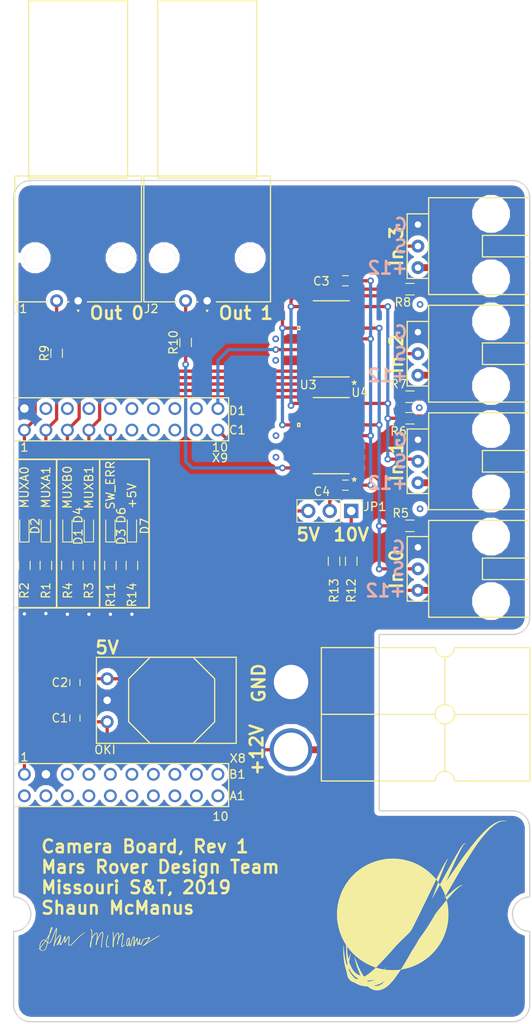
<source format=kicad_pcb>
(kicad_pcb (version 20171130) (host pcbnew "(5.0.0)")
  (layers (0 F.Cu signal) (31 B.Cu signal) (34 B.Paste user) (35 F.Paste user) (36 B.SilkS user) (37 F.SilkS user) (38 B.Mask user) (39 F.Mask user) (44 Edge.Cuts user))
  (net 0 "")
  (net 1 +12V)
  (net 2 GND)
  (net 3 CAM_IN0)
  (net 4 CAM_IN1)
  (net 5 CAM_IN2)
  (net 6 CAM_IN3)
  (net 7 "Net-(D1-Pad1)")
  (net 8 MUXA1)
  (net 9 MUXA0)
  (net 10 "Net-(D2-Pad1)")
  (net 11 "Net-(D3-Pad1)")
  (net 12 MUXB1)
  (net 13 MUXB0)
  (net 14 "Net-(D4-Pad1)")
  (net 15 "Net-(J1-Pad2)")
  (net 16 "Net-(J2-Pad2)")
  (net 17 CAM_OUT0)
  (net 18 CAM_OUT1)
  (net 19 MUXB_SHDN)
  (net 20 MUXA_SHDN)
  (net 21 +5V)
  (net 22 SW_ERR)
  (net 23 "Net-(D6-Pad1)")
  (net 24 +10V)
  (net 25 "Net-(D7-Pad1)")
  (net 26 /MUX_PWR)
  (module Resistors_SMD:R_0603_HandSoldering (layer F.Cu) (at 133.18 81.7626 180)
    (fp_text reference R7 (at 1.354 1.4986 180) (layer F.SilkS))
    (fp_text value 75)
    (pad 1 smd rect (at -1.1 0 180) (size 1.2 0.9) (layers F.Cu F.Paste F.Mask) (net 2 GND))
    (pad 2 smd rect (at 1.1 0 180) (size 1.2 0.9) (layers F.Cu F.Paste F.Mask) (net 5 CAM_IN2))
  )
  (module MAX4314:MAX4314ESD&plus_ (layer F.Cu) (at 123.8758 86.36 180)
    (fp_text reference U4 (at -3.3782 5.08 180) (layer F.SilkS))
    (fp_text value MAX4314ESD+ hide)
    (fp_text user * (at -2.7178 -5.4864 180) (layer F.SilkS))
    (pad 14 smd rect (at 2.4638 -3.81 180) (size 1.9812 0.5334) (layers F.Cu F.Paste F.Mask) (net 18 CAM_OUT1))
    (pad 13 smd rect (at 2.4638 -2.54 180) (size 1.9812 0.5334) (layers F.Cu F.Paste F.Mask) (net 2 GND))
    (pad 12 smd rect (at 2.4638 -1.27 180) (size 1.9812 0.5334) (layers F.Cu F.Paste F.Mask) (net 19 MUXB_SHDN))
    (pad 11 smd rect (at 2.4638 0 180) (size 1.9812 0.5334) (layers F.Cu F.Paste F.Mask) (net 2 GND))
    (pad 10 smd rect (at 2.4638 1.27 180) (size 1.9812 0.5334) (layers F.Cu F.Paste F.Mask) (net 6 CAM_IN3))
    (pad 9 smd rect (at 2.4638 2.54 180) (size 1.9812 0.5334) (layers F.Cu F.Paste F.Mask))
    (pad 8 smd rect (at 2.4638 3.81 180) (size 1.9812 0.5334) (layers F.Cu F.Paste F.Mask) (net 5 CAM_IN2))
    (pad 7 smd rect (at -2.4638 3.81 180) (size 1.9812 0.5334) (layers F.Cu F.Paste F.Mask) (net 4 CAM_IN1))
    (pad 6 smd rect (at -2.4638 2.54 180) (size 1.9812 0.5334) (layers F.Cu F.Paste F.Mask))
    (pad 5 smd rect (at -2.4638 1.27 180) (size 1.9812 0.5334) (layers F.Cu F.Paste F.Mask) (net 3 CAM_IN0))
    (pad 4 smd rect (at -2.4638 0 180) (size 1.9812 0.5334) (layers F.Cu F.Paste F.Mask) (net 26 /MUX_PWR))
    (pad 3 smd rect (at -2.4638 -1.27 180) (size 1.9812 0.5334) (layers F.Cu F.Paste F.Mask))
    (pad 2 smd rect (at -2.4638 -2.54 180) (size 1.9812 0.5334) (layers F.Cu F.Paste F.Mask) (net 13 MUXB0))
    (pad 1 smd rect (at -2.4638 -3.81 180) (size 1.9812 0.5334) (layers F.Cu F.Paste F.Mask) (net 12 MUXB1))
  )
  (module Capacitors_SMD:C_0603_HandSoldering (layer F.Cu) (at 125.542 68.072 180)
    (fp_text reference C3 (at 2.8346 -0.0508 180) (layer F.SilkS))
    (fp_text value 10u)
    (pad 2 smd rect (at 0.95 0 180) (size 1.2 0.75) (layers F.Cu F.Paste F.Mask) (net 2 GND))
    (pad 1 smd rect (at -0.95 0 180) (size 1.2 0.75) (layers F.Cu F.Paste F.Mask) (net 26 /MUX_PWR))
  )
  (module Capacitors_SMD:C_0603_HandSoldering (layer F.Cu) (at 125.542 92.202 180)
    (fp_text reference C4 (at 2.7686 -0.762 180) (layer F.SilkS))
    (fp_text value 10u)
    (pad 2 smd rect (at 0.95 0 180) (size 1.2 0.75) (layers F.Cu F.Paste F.Mask) (net 2 GND))
    (pad 1 smd rect (at -0.95 0 180) (size 1.2 0.75) (layers F.Cu F.Paste F.Mask) (net 26 /MUX_PWR))
  )
  (module LEDs:LED_0603_HandSoldering (layer F.Cu) (at 90.168106 97.112 90)
    (fp_text reference D1 (at -1.186 3.811894 90) (layer F.SilkS))
    (fp_text value LED)
    (pad 1 smd rect (at -1.1 0 90) (size 1.2 0.9) (layers F.Cu F.Paste F.Mask) (net 7 "Net-(D1-Pad1)"))
    (pad 2 smd rect (at 1.1 0 90) (size 1.2 0.9) (layers F.Cu F.Paste F.Mask) (net 8 MUXA1))
  )
  (module LEDs:LED_0603_HandSoldering (layer F.Cu) (at 87.63 97.112 90)
    (fp_text reference D2 (at 0.084 1.27 90) (layer F.SilkS))
    (fp_text value LED)
    (pad 2 smd rect (at 1.1 0 90) (size 1.2 0.9) (layers F.Cu F.Paste F.Mask) (net 9 MUXA0))
    (pad 1 smd rect (at -1.1 0 90) (size 1.2 0.9) (layers F.Cu F.Paste F.Mask) (net 10 "Net-(D2-Pad1)"))
  )
  (module LEDs:LED_0603_HandSoldering (layer F.Cu) (at 95.25 97.112 90)
    (fp_text reference D3 (at -1.186 3.81 90) (layer F.SilkS))
    (fp_text value LED)
    (pad 1 smd rect (at -1.1 0 90) (size 1.2 0.9) (layers F.Cu F.Paste F.Mask) (net 11 "Net-(D3-Pad1)"))
    (pad 2 smd rect (at 1.1 0 90) (size 1.2 0.9) (layers F.Cu F.Paste F.Mask) (net 12 MUXB1))
  )
  (module LEDs:LED_0603_HandSoldering (layer F.Cu) (at 92.71 97.112 90)
    (fp_text reference D4 (at 1.354 1.27 90) (layer F.SilkS))
    (fp_text value LED)
    (pad 2 smd rect (at 1.1 0 90) (size 1.2 0.9) (layers F.Cu F.Paste F.Mask) (net 13 MUXB0))
    (pad 1 smd rect (at -1.1 0 90) (size 1.2 0.9) (layers F.Cu F.Paste F.Mask) (net 14 "Net-(D4-Pad1)"))
  )
  (module Resistors_SMD:R_0603_HandSoldering (layer F.Cu) (at 90.168106 101.684 270)
    (fp_text reference R1 (at 2.964 -0.001894 270) (layer F.SilkS))
    (fp_text value 500)
    (pad 1 smd rect (at -1.1 0 270) (size 1.2 0.9) (layers F.Cu F.Paste F.Mask) (net 7 "Net-(D1-Pad1)"))
    (pad 2 smd rect (at 1.1 0 270) (size 1.2 0.9) (layers F.Cu F.Paste F.Mask) (net 2 GND))
  )
  (module Resistors_SMD:R_0603_HandSoldering (layer F.Cu) (at 87.63 101.684 270)
    (fp_text reference R2 (at 2.964 0 270) (layer F.SilkS))
    (fp_text value 500)
    (pad 2 smd rect (at 1.1 0 270) (size 1.2 0.9) (layers F.Cu F.Paste F.Mask) (net 2 GND))
    (pad 1 smd rect (at -1.1 0 270) (size 1.2 0.9) (layers F.Cu F.Paste F.Mask) (net 10 "Net-(D2-Pad1)"))
  )
  (module Resistors_SMD:R_0603_HandSoldering (layer F.Cu) (at 95.25 101.684 270)
    (fp_text reference R3 (at 2.964 0 270) (layer F.SilkS))
    (fp_text value 500)
    (pad 2 smd rect (at 1.1 0 270) (size 1.2 0.9) (layers F.Cu F.Paste F.Mask) (net 2 GND))
    (pad 1 smd rect (at -1.1 0 270) (size 1.2 0.9) (layers F.Cu F.Paste F.Mask) (net 11 "Net-(D3-Pad1)"))
  )
  (module Resistors_SMD:R_0603_HandSoldering (layer F.Cu) (at 92.71 101.684 270)
    (fp_text reference R4 (at 2.964 -0.052694 270) (layer F.SilkS))
    (fp_text value 500)
    (pad 1 smd rect (at -1.1 0 270) (size 1.2 0.9) (layers F.Cu F.Paste F.Mask) (net 14 "Net-(D4-Pad1)"))
    (pad 2 smd rect (at 1.1 0 270) (size 1.2 0.9) (layers F.Cu F.Paste F.Mask) (net 2 GND))
  )
  (module Resistors_SMD:R_0603_HandSoldering (layer F.Cu) (at 133.18 97.0026 180)
    (fp_text reference R5 (at 1.1 1.4986 180) (layer F.SilkS))
    (fp_text value 75)
    (pad 1 smd rect (at -1.1 0 180) (size 1.2 0.9) (layers F.Cu F.Paste F.Mask) (net 2 GND))
    (pad 2 smd rect (at 1.1 0 180) (size 1.2 0.9) (layers F.Cu F.Paste F.Mask) (net 3 CAM_IN0))
  )
  (module Resistors_SMD:R_0603_HandSoldering (layer F.Cu) (at 133.18 84.3026 180)
    (fp_text reference R6 (at 1.354 -1.5494 180) (layer F.SilkS))
    (fp_text value 75)
    (pad 1 smd rect (at -1.1 0 180) (size 1.2 0.9) (layers F.Cu F.Paste F.Mask) (net 2 GND))
    (pad 2 smd rect (at 1.1 0 180) (size 1.2 0.9) (layers F.Cu F.Paste F.Mask) (net 4 CAM_IN1))
  )
  (module Resistors_SMD:R_0603_HandSoldering (layer F.Cu) (at 133.18 69.0626 180)
    (fp_text reference R8 (at 0.846 -1.5494 180) (layer F.SilkS))
    (fp_text value 75)
    (pad 1 smd rect (at -1.1 0 180) (size 1.2 0.9) (layers F.Cu F.Paste F.Mask) (net 2 GND))
    (pad 2 smd rect (at 1.1 0 180) (size 1.2 0.9) (layers F.Cu F.Paste F.Mask) (net 6 CAM_IN3))
  )
  (module Resistors_SMD:R_0603_HandSoldering (layer F.Cu) (at 91.44 76.624 90)
    (fp_text reference R9 (at 0 -1.45 90) (layer F.SilkS))
    (fp_text value 75)
    (pad 1 smd rect (at -1.1 0 90) (size 1.2 0.9) (layers F.Cu F.Paste F.Mask) (net 17 CAM_OUT0))
    (pad 2 smd rect (at 1.1 0 90) (size 1.2 0.9) (layers F.Cu F.Paste F.Mask) (net 15 "Net-(J1-Pad2)"))
  )
  (module Resistors_SMD:R_0603_HandSoldering (layer F.Cu) (at 106.68 75.354 90)
    (fp_text reference R10 (at 0 -1.45 90) (layer F.SilkS))
    (fp_text value 75)
    (pad 2 smd rect (at 1.1 0 90) (size 1.2 0.9) (layers F.Cu F.Paste F.Mask) (net 16 "Net-(J2-Pad2)"))
    (pad 1 smd rect (at -1.1 0 90) (size 1.2 0.9) (layers F.Cu F.Paste F.Mask) (net 18 CAM_OUT1))
  )
  (module MAX4314:MAX4314ESD&plus_ (layer F.Cu) (at 123.8758 74.93 180)
    (fp_text reference U3 (at 2.7178 -5.4356 180) (layer F.SilkS))
    (fp_text value MAX4314ESD+ hide)
    (fp_text user * (at -2.7178 -5.4864 180) (layer F.SilkS))
    (pad 1 smd rect (at -2.4638 -3.81 180) (size 1.9812 0.5334) (layers F.Cu F.Paste F.Mask) (net 8 MUXA1))
    (pad 2 smd rect (at -2.4638 -2.54 180) (size 1.9812 0.5334) (layers F.Cu F.Paste F.Mask) (net 9 MUXA0))
    (pad 3 smd rect (at -2.4638 -1.27 180) (size 1.9812 0.5334) (layers F.Cu F.Paste F.Mask))
    (pad 4 smd rect (at -2.4638 0 180) (size 1.9812 0.5334) (layers F.Cu F.Paste F.Mask) (net 26 /MUX_PWR))
    (pad 5 smd rect (at -2.4638 1.27 180) (size 1.9812 0.5334) (layers F.Cu F.Paste F.Mask) (net 3 CAM_IN0))
    (pad 6 smd rect (at -2.4638 2.54 180) (size 1.9812 0.5334) (layers F.Cu F.Paste F.Mask))
    (pad 7 smd rect (at -2.4638 3.81 180) (size 1.9812 0.5334) (layers F.Cu F.Paste F.Mask) (net 4 CAM_IN1))
    (pad 8 smd rect (at 2.4638 3.81 180) (size 1.9812 0.5334) (layers F.Cu F.Paste F.Mask) (net 5 CAM_IN2))
    (pad 9 smd rect (at 2.4638 2.54 180) (size 1.9812 0.5334) (layers F.Cu F.Paste F.Mask))
    (pad 10 smd rect (at 2.4638 1.27 180) (size 1.9812 0.5334) (layers F.Cu F.Paste F.Mask) (net 6 CAM_IN3))
    (pad 11 smd rect (at 2.4638 0 180) (size 1.9812 0.5334) (layers F.Cu F.Paste F.Mask) (net 2 GND))
    (pad 12 smd rect (at 2.4638 -1.27 180) (size 1.9812 0.5334) (layers F.Cu F.Paste F.Mask) (net 20 MUXA_SHDN))
    (pad 13 smd rect (at 2.4638 -2.54 180) (size 1.9812 0.5334) (layers F.Cu F.Paste F.Mask) (net 2 GND))
    (pad 14 smd rect (at 2.4638 -3.81 180) (size 1.9812 0.5334) (layers F.Cu F.Paste F.Mask) (net 17 CAM_OUT0))
  )
  (module BNC-75-Ohm-HORIZONTAL:BNC-75-Ohm-HORIZONTAL-1-1478032-0 (layer F.Cu) (at 93.98 70.4342)
    (fp_text reference J1 (at -6.858 0.9398) (layer F.SilkS))
    (fp_text value BNC_75_OHM_HORIZ hide)
    (pad 4 thru_hole circle (at 5.08 -5.08) (size 2.6416 2.6416) (drill 2.6416) (layers *.Cu *.Mask))
    (pad 3 thru_hole circle (at -5.08 -5.08) (size 2.6416 2.6416) (drill 2.6416) (layers *.Cu *.Mask))
    (pad 2 thru_hole circle (at -2.54 0) (size 1.524 1.524) (drill 0.889) (layers *.Cu *.Mask) (net 15 "Net-(J1-Pad2)"))
    (pad 1 thru_hole circle (at 0 0) (size 1.524 1.524) (drill 0.889) (layers *.Cu *.Mask) (net 2 GND))
  )
  (module BNC-75-Ohm-HORIZONTAL:BNC-75-Ohm-HORIZONTAL-1-1478032-0 (layer F.Cu) (at 109.22 70.4342)
    (fp_text reference J2 (at -6.604 0.9398) (layer F.SilkS))
    (fp_text value BNC_75_OHM_HORIZ hide)
    (pad 1 thru_hole circle (at 0 0) (size 1.524 1.524) (drill 0.889) (layers *.Cu *.Mask) (net 2 GND))
    (pad 2 thru_hole circle (at -2.54 0) (size 1.524 1.524) (drill 0.889) (layers *.Cu *.Mask) (net 16 "Net-(J2-Pad2)"))
    (pad 3 thru_hole circle (at -5.08 -5.08) (size 2.6416 2.6416) (drill 2.6416) (layers *.Cu *.Mask))
    (pad 4 thru_hole circle (at 5.08 -5.08) (size 2.6416 2.6416) (drill 2.6416) (layers *.Cu *.Mask))
  )
  (module MRDT_Connectors:Anderson_2_Horisontal_Side_by_Side (layer F.Cu) (at 122.7074 111.38 180)
    (fp_text reference Conn1 hide)
    (fp_text value AndersonPP)
    (pad 1 thru_hole circle (at 3.5814 -4.063 180) (size 5.08 5.08) (drill 4.06) (layers *.Cu *.Mask F.Paste) (net 2 GND))
    (pad 2 thru_hole circle (at 3.5814 -12.064 180) (size 5.08 5.08) (drill 4.06) (layers *.Cu *.Mask F.Paste) (net 1 +12V))
  )
  (module LEDs:LED_0603_HandSoldering (layer F.Cu) (at 97.79 97.112 90)
    (fp_text reference D6 (at 1.354 1.27 90) (layer F.SilkS))
    (fp_text value LED)
    (pad 2 smd rect (at 1.1 0 90) (size 1.2 0.9) (layers F.Cu F.Paste F.Mask) (net 22 SW_ERR))
    (pad 1 smd rect (at -1.1 0 90) (size 1.2 0.9) (layers F.Cu F.Paste F.Mask) (net 23 "Net-(D6-Pad1)"))
  )
  (module Resistors_SMD:R_0603_HandSoldering (layer F.Cu) (at 97.79 101.684 270)
    (fp_text reference R11 (at 3.472 -0.0254 270) (layer F.SilkS))
    (fp_text value 500)
    (pad 2 smd rect (at 1.1 0 270) (size 1.2 0.9) (layers F.Cu F.Paste F.Mask) (net 2 GND))
    (pad 1 smd rect (at -1.1 0 270) (size 1.2 0.9) (layers F.Cu F.Paste F.Mask) (net 23 "Net-(D6-Pad1)"))
  )
  (module Resistors_SMD:R_0603_HandSoldering (layer F.Cu) (at 126.238 101.176 90)
    (fp_text reference R12 (at -3.472 0 90) (layer F.SilkS))
    (fp_text value 100)
    (pad 2 smd rect (at 1.1 0 90) (size 1.2 0.9) (layers F.Cu F.Paste F.Mask) (net 24 +10V))
    (pad 1 smd rect (at -1.1 0 90) (size 1.2 0.9) (layers F.Cu F.Paste F.Mask) (net 1 +12V))
  )
  (module Resistors_SMD:R_0603_HandSoldering (layer F.Cu) (at 124.206 101.176 270)
    (fp_text reference R13 (at 3.472 0 270) (layer F.SilkS))
    (fp_text value 500)
    (pad 1 smd rect (at -1.1 0 270) (size 1.2 0.9) (layers F.Cu F.Paste F.Mask) (net 24 +10V))
    (pad 2 smd rect (at 1.1 0 270) (size 1.2 0.9) (layers F.Cu F.Paste F.Mask) (net 2 GND))
  )
  (module MRDT_Shields:TM4C129E_Launchpad_X9_THT (layer F.Cu) (at 86.36 130.148601)
    (fp_text reference U1 hide)
    (fp_text value TM4C129E_Launchpad hide)
    (fp_text user 1 (at 1.27 -42.418 180) (layer F.SilkS))
    (fp_text user 10 (at 24.384 -42.418 180) (layer F.SilkS))
    (fp_text user 1 (at 1.27 -5.842 180) (layer F.SilkS))
    (fp_text user 10 (at 24.435199 1.169399 180) (layer F.SilkS))
    (fp_text user X9 (at 24.384 -41.148 180) (layer F.SilkS))
    (fp_text user X8 (at 26.467199 -5.688601 180) (layer F.SilkS))
    (fp_text user C1 (at 26.416 -44.45 180) (layer F.SilkS))
    (fp_text user D1 (at 26.416 -46.736 180) (layer F.SilkS))
    (fp_text user B1 (at 26.416 -3.81 180) (layer F.SilkS))
    (fp_text user A1 (at 26.416 -1.27 180) (layer F.SilkS))
    (pad +5V thru_hole circle (at 1.27 -3.81 180) (size 1.52 1.52) (drill 1) (layers *.Cu *.Mask F.Paste) (net 21 +5V))
    (pad GND thru_hole circle (at 3.81 -3.81 180) (size 1.52 1.52) (drill 1) (layers *.Cu *.Mask F.Paste) (net 2 GND))
    (pad PE0 thru_hole circle (at 6.35 -3.81 180) (size 1.52 1.52) (drill 1) (layers *.Cu *.Mask F.Paste))
    (pad PE1 thru_hole circle (at 8.89 -3.81 180) (size 1.52 1.52) (drill 1) (layers *.Cu *.Mask F.Paste))
    (pad PE2 thru_hole circle (at 11.43 -3.81 180) (size 1.52 1.52) (drill 1) (layers *.Cu *.Mask F.Paste))
    (pad PE3 thru_hole circle (at 13.97 -3.81 180) (size 1.52 1.52) (drill 1) (layers *.Cu *.Mask F.Paste))
    (pad PD7 thru_hole circle (at 16.51 -3.81 180) (size 1.52 1.52) (drill 1) (layers *.Cu *.Mask F.Paste))
    (pad PA6 thru_hole circle (at 19.05 -3.81 180) (size 1.52 1.52) (drill 1) (layers *.Cu *.Mask F.Paste))
    (pad PM4 thru_hole circle (at 21.59 -3.81 180) (size 1.52 1.52) (drill 1) (layers *.Cu *.Mask F.Paste))
    (pad PM5 thru_hole circle (at 24.13 -3.81 180) (size 1.52 1.52) (drill 1) (layers *.Cu *.Mask F.Paste))
    (pad +3V3 thru_hole circle (at 1.27 -1.27 180) (size 1.52 1.52) (drill 1) (layers *.Cu *.Mask F.Paste))
    (pad PE4 thru_hole circle (at 3.81 -1.27 180) (size 1.52 1.52) (drill 1) (layers *.Cu *.Mask F.Paste))
    (pad PC4 thru_hole circle (at 6.35 -1.27 180) (size 1.52 1.52) (drill 1) (layers *.Cu *.Mask F.Paste))
    (pad PC5 thru_hole circle (at 8.89 -1.27 180) (size 1.52 1.52) (drill 1) (layers *.Cu *.Mask F.Paste))
    (pad PC6 thru_hole circle (at 11.43 -1.27 180) (size 1.52 1.52) (drill 1) (layers *.Cu *.Mask F.Paste))
    (pad PE5 thru_hole circle (at 13.97 -1.27 180) (size 1.52 1.52) (drill 1) (layers *.Cu *.Mask F.Paste))
    (pad PD3 thru_hole circle (at 16.51 -1.27 180) (size 1.52 1.52) (drill 1) (layers *.Cu *.Mask F.Paste))
    (pad PC7 thru_hole circle (at 19.05 -1.27 180) (size 1.52 1.52) (drill 1) (layers *.Cu *.Mask F.Paste))
    (pad PB2 thru_hole circle (at 21.59 -1.27 180) (size 1.52 1.52) (drill 1) (layers *.Cu *.Mask F.Paste))
    (pad PB3 thru_hole circle (at 24.13 -1.27 180) (size 1.52 1.52) (drill 1) (layers *.Cu *.Mask F.Paste))
    (pad PF1 thru_hole circle (at 1.27 -44.45 180) (size 1.52 1.52) (drill 1) (layers *.Cu *.Mask F.Paste) (net 9 MUXA0))
    (pad PF2 thru_hole circle (at 3.81 -44.45 180) (size 1.52 1.52) (drill 1) (layers *.Cu *.Mask F.Paste) (net 8 MUXA1))
    (pad PF3 thru_hole circle (at 6.35 -44.45 180) (size 1.52 1.52) (drill 1) (layers *.Cu *.Mask F.Paste) (net 13 MUXB0))
    (pad PG0 thru_hole circle (at 8.89 -44.45 180) (size 1.52 1.52) (drill 1) (layers *.Cu *.Mask F.Paste) (net 12 MUXB1))
    (pad PL4 thru_hole circle (at 11.43 -44.45 180) (size 1.52 1.52) (drill 1) (layers *.Cu *.Mask F.Paste) (net 22 SW_ERR))
    (pad PL5 thru_hole circle (at 13.97 -44.45 180) (size 1.52 1.52) (drill 1) (layers *.Cu *.Mask F.Paste))
    (pad PL0 thru_hole circle (at 16.51 -44.45 180) (size 1.52 1.52) (drill 1) (layers *.Cu *.Mask F.Paste))
    (pad PL1 thru_hole circle (at 19.05 -44.45 180) (size 1.52 1.52) (drill 1) (layers *.Cu *.Mask F.Paste))
    (pad PL2 thru_hole circle (at 21.59 -44.45 180) (size 1.52 1.52) (drill 1) (layers *.Cu *.Mask F.Paste))
    (pad PL3 thru_hole circle (at 24.13 -44.45 180) (size 1.52 1.52) (drill 1) (layers *.Cu *.Mask F.Paste) (net 19 MUXB_SHDN))
    (pad GND thru_hole circle (at 1.27 -46.99 180) (size 1.52 1.52) (drill 1) (layers *.Cu *.Mask F.Paste) (net 2 GND))
    (pad PM3 thru_hole circle (at 3.81 -46.99 180) (size 1.52 1.52) (drill 1) (layers *.Cu *.Mask F.Paste))
    (pad PH2 thru_hole circle (at 6.35 -46.99 180) (size 1.52 1.52) (drill 1) (layers *.Cu *.Mask F.Paste))
    (pad PH3 thru_hole circle (at 8.89 -46.99 180) (size 1.52 1.52) (drill 1) (layers *.Cu *.Mask F.Paste))
    (pad Rese thru_hole circle (at 11.43 -46.99 180) (size 1.52 1.52) (drill 1) (layers *.Cu *.Mask F.Paste))
    (pad PD1 thru_hole circle (at 13.97 -46.99 180) (size 1.52 1.52) (drill 1) (layers *.Cu *.Mask F.Paste))
    (pad PD0 thru_hole circle (at 16.51 -46.99 180) (size 1.52 1.52) (drill 1) (layers *.Cu *.Mask F.Paste))
    (pad PN2 thru_hole circle (at 19.05 -46.99 180) (size 1.52 1.52) (drill 1) (layers *.Cu *.Mask F.Paste))
    (pad PN3 thru_hole circle (at 21.59 -46.99 180) (size 1.52 1.52) (drill 1) (layers *.Cu *.Mask F.Paste))
    (pad PP2 thru_hole circle (at 24.13 -46.99 180) (size 1.52 1.52) (drill 1) (layers *.Cu *.Mask F.Paste) (net 20 MUXA_SHDN))
  )
  (module MRDT_Silkscreens:Shaun_McManus_Sig_15mm (layer F.Cu) (at 96.4946 145.6182)
    (fp_text reference G*** hide)
    (fp_text value LOGO hide)
  )
  (module MRDT_Silkscreens:MRDT_Logo_20mm (layer F.Cu) (at 134.5692 141.8336)
    (fp_text reference G*** hide)
    (fp_text value LOGO hide)
  )
  (module LEDs:LED_0603_HandSoldering (layer F.Cu) (at 100.33 97.112 90)
    (fp_text reference D7 (at 0.084 1.524 90) (layer F.SilkS))
    (fp_text value LED)
    (pad 2 smd rect (at 1.1 0 90) (size 1.2 0.9) (layers F.Cu F.Paste F.Mask) (net 21 +5V))
    (pad 1 smd rect (at -1.1 0 90) (size 1.2 0.9) (layers F.Cu F.Paste F.Mask) (net 25 "Net-(D7-Pad1)"))
  )
  (module Resistors_SMD:R_0603_HandSoldering (layer F.Cu) (at 100.33 101.684 270)
    (fp_text reference R14 (at 3.472 0 270) (layer F.SilkS))
    (fp_text value 500)
    (pad 2 smd rect (at 1.1 0 270) (size 1.2 0.9) (layers F.Cu F.Paste F.Mask) (net 2 GND))
    (pad 1 smd rect (at -1.1 0 270) (size 1.2 0.9) (layers F.Cu F.Paste F.Mask) (net 25 "Net-(D7-Pad1)"))
  )
  (module MRDT_Connectors:MOLEX_SL_03_Horizontal (layer F.Cu) (at 134.112 102.0826 270)
    (fp_text reference Conn3 hide)
    (fp_text value CAM_0)
    (pad 1 thru_hole circle (at -2.54 0 270) (size 1.524 1.524) (drill 0.762) (layers *.Cu *.Mask) (net 2 GND))
    (pad 2 thru_hole circle (at 0 0 270) (size 1.524 1.524) (drill 0.762) (layers *.Cu *.Mask) (net 3 CAM_IN0))
    (pad 3 thru_hole circle (at 2.54 0 270) (size 1.524 1.524) (drill 0.762) (layers *.Cu *.Mask) (net 1 +12V))
    (pad "" np_thru_hole circle (at -3.81 -8.636 270) (size 3.45 3.45) (drill 3.45) (layers *.Cu *.Mask))
    (pad "" np_thru_hole circle (at 3.81 -8.636 270) (size 3.45 3.45) (drill 3.45) (layers *.Cu *.Mask))
  )
  (module MRDT_Connectors:MOLEX_SL_03_Horizontal (layer F.Cu) (at 134.112 89.3826 270)
    (fp_text reference Conn4 hide)
    (fp_text value CAM_1)
    (pad 1 thru_hole circle (at -2.54 0 270) (size 1.524 1.524) (drill 0.762) (layers *.Cu *.Mask) (net 2 GND))
    (pad 2 thru_hole circle (at 0 0 270) (size 1.524 1.524) (drill 0.762) (layers *.Cu *.Mask) (net 4 CAM_IN1))
    (pad 3 thru_hole circle (at 2.54 0 270) (size 1.524 1.524) (drill 0.762) (layers *.Cu *.Mask) (net 1 +12V))
    (pad "" np_thru_hole circle (at -3.81 -8.636 270) (size 3.45 3.45) (drill 3.45) (layers *.Cu *.Mask))
    (pad "" np_thru_hole circle (at 3.81 -8.636 270) (size 3.45 3.45) (drill 3.45) (layers *.Cu *.Mask))
  )
  (module MRDT_Connectors:MOLEX_SL_03_Horizontal (layer F.Cu) (at 134.112 76.6826 270)
    (fp_text reference Conn5 hide)
    (fp_text value CAM_2)
    (pad "" np_thru_hole circle (at 3.81 -8.636 270) (size 3.45 3.45) (drill 3.45) (layers *.Cu *.Mask))
    (pad "" np_thru_hole circle (at -3.81 -8.636 270) (size 3.45 3.45) (drill 3.45) (layers *.Cu *.Mask))
    (pad 3 thru_hole circle (at 2.54 0 270) (size 1.524 1.524) (drill 0.762) (layers *.Cu *.Mask) (net 1 +12V))
    (pad 2 thru_hole circle (at 0 0 270) (size 1.524 1.524) (drill 0.762) (layers *.Cu *.Mask) (net 5 CAM_IN2))
    (pad 1 thru_hole circle (at -2.54 0 270) (size 1.524 1.524) (drill 0.762) (layers *.Cu *.Mask) (net 2 GND))
  )
  (module MRDT_Connectors:MOLEX_SL_03_Horizontal (layer F.Cu) (at 134.112 63.9826 270)
    (fp_text reference Conn6 hide)
    (fp_text value CAM_3)
    (pad "" np_thru_hole circle (at 3.81 -8.636 270) (size 3.45 3.45) (drill 3.45) (layers *.Cu *.Mask))
    (pad "" np_thru_hole circle (at -3.81 -8.636 270) (size 3.45 3.45) (drill 3.45) (layers *.Cu *.Mask))
    (pad 3 thru_hole circle (at 2.54 0 270) (size 1.524 1.524) (drill 0.762) (layers *.Cu *.Mask) (net 1 +12V))
    (pad 2 thru_hole circle (at 0 0 270) (size 1.524 1.524) (drill 0.762) (layers *.Cu *.Mask) (net 6 CAM_IN3))
    (pad 1 thru_hole circle (at -2.54 0 270) (size 1.524 1.524) (drill 0.762) (layers *.Cu *.Mask) (net 2 GND))
  )
  (module Pin_Headers:Pin_Header_Straight_1x03_Pitch2.54mm (layer F.Cu) (at 126.238 95.25 270)
    (fp_text reference JP1 (at -0.508 -2.794) (layer F.SilkS))
    (fp_text value Jumper_NC_Dual)
    (pad 1 thru_hole rect (at 0 0 270) (size 1.7 1.7) (drill 1) (layers *.Cu *.Mask) (net 24 +10V))
    (pad 2 thru_hole oval (at 0 2.54 270) (size 1.7 1.7) (drill 1) (layers *.Cu *.Mask) (net 26 /MUX_PWR))
    (pad 3 thru_hole oval (at 0 5.08 270) (size 1.7 1.7) (drill 1) (layers *.Cu *.Mask) (net 21 +5V))
  )
  (module Capacitors_SMD:C_0603_HandSoldering (layer F.Cu) (at 93.599 119.7 90)
    (fp_text reference C1 (at 0 -1.778 180) (layer F.SilkS))
    (fp_text value 10uF)
    (pad 1 smd rect (at -0.95 0 90) (size 1.2 0.75) (layers F.Cu F.Paste F.Mask) (net 1 +12V))
    (pad 2 smd rect (at 0.95 0 90) (size 1.2 0.75) (layers F.Cu F.Paste F.Mask) (net 2 GND))
  )
  (module Capacitors_SMD:C_0603_HandSoldering (layer F.Cu) (at 93.599 115.509 270)
    (fp_text reference C2 (at 0 1.778) (layer F.SilkS))
    (fp_text value 10uF)
    (pad 2 smd rect (at 0.95 0 270) (size 1.2 0.75) (layers F.Cu F.Paste F.Mask) (net 2 GND))
    (pad 1 smd rect (at -0.95 0 270) (size 1.2 0.75) (layers F.Cu F.Paste F.Mask) (net 21 +5V))
  )
  (module MRDT_Devices:OKI_Horizontal (layer F.Cu) (at 96.139 122.682 90)
    (fp_text reference U2 hide)
    (fp_text value OKI (at -0.762 1.016 180) (layer F.SilkS))
    (pad 1 thru_hole circle (at 2.54 1.27 90) (size 1.524 1.524) (drill 0.889) (layers *.Cu *.Mask) (net 1 +12V))
    (pad 2 thru_hole circle (at 5.08 1.27 90) (size 1.524 1.524) (drill 0.889) (layers *.Cu *.Mask) (net 2 GND))
    (pad 3 thru_hole circle (at 7.62 1.27 90) (size 1.524 1.524) (drill 0.889) (layers *.Cu *.Mask) (net 21 +5V))
  )
  (gr_text 5V (at 97.409 111.379) (layer F.SilkS) (effects (font (size 1.5 1.5) (thickness 0.3))))
  (gr_text G (at 131.826 99.568) (layer B.SilkS) (effects (font (size 1.5 1.5) (thickness 0.3)) (justify mirror)))
  (gr_text +12 (at 130.302 104.648) (layer B.SilkS) (effects (font (size 1.5 1.5) (thickness 0.3)) (justify mirror)))
  (gr_text S (at 131.826 102.108) (layer B.SilkS) (effects (font (size 1.5 1.5) (thickness 0.3)) (justify mirror)))
  (gr_text S (at 132.08 89.408) (layer B.SilkS) (effects (font (size 1.5 1.5) (thickness 0.3)) (justify mirror)))
  (gr_text G (at 132.08 86.868) (layer B.SilkS) (effects (font (size 1.5 1.5) (thickness 0.3)) (justify mirror)))
  (gr_text +12 (at 130.556 91.948) (layer B.SilkS) (effects (font (size 1.5 1.5) (thickness 0.3)) (justify mirror)))
  (gr_text +12 (at 130.556 79.248) (layer B.SilkS) (effects (font (size 1.5 1.5) (thickness 0.3)) (justify mirror)))
  (gr_text S (at 132.08 76.708) (layer B.SilkS) (effects (font (size 1.5 1.5) (thickness 0.3)) (justify mirror)))
  (gr_text G (at 132.08 74.168) (layer B.SilkS) (effects (font (size 1.5 1.5) (thickness 0.3)) (justify mirror)))
  (gr_text +12 (at 130.556 66.548) (layer B.SilkS) (effects (font (size 1.5 1.5) (thickness 0.3)) (justify mirror)))
  (gr_text S (at 132.08 64.008) (layer B.SilkS) (effects (font (size 1.5 1.5) (thickness 0.3)) (justify mirror)))
  (gr_text G (at 132.08 61.468) (layer B.SilkS) (effects (font (size 1.5 1.5) (thickness 0.3)) (justify mirror)))
  (gr_line (start 96.52 89.154) (end 96.52 106.68) (layer F.SilkS) (width 0.2))
  (gr_line (start 91.44 89.154) (end 91.44 106.68) (layer F.SilkS) (width 0.2))
  (gr_line (start 102.362 89.154) (end 86.36 89.154) (layer F.SilkS) (width 0.2))
  (gr_line (start 102.362 95.758) (end 102.362 89.154) (layer F.SilkS) (width 0.2))
  (gr_line (start 102.362 106.68) (end 102.362 95.758) (layer F.SilkS) (width 0.2))
  (gr_line (start 86.36 106.68) (end 102.362 106.68) (layer F.SilkS) (width 0.2))
  (gr_text 5V (at 121.158 98.044) (layer F.SilkS) (effects (font (size 1.5 1.5) (thickness 0.3))))
  (gr_text 10V (at 126.238 98.044) (layer F.SilkS) (effects (font (size 1.5 1.5) (thickness 0.3))))
  (gr_text "In 0" (at 131.572 102.108 90) (layer F.SilkS) (effects (font (size 1.5 1.5) (thickness 0.3))))
  (gr_text "In 1" (at 131.572 89.408 90) (layer F.SilkS) (effects (font (size 1.5 1.5) (thickness 0.3))))
  (gr_text "In 3" (at 131.572 64.008 90) (layer F.SilkS) (effects (font (size 1.5 1.5) (thickness 0.3))))
  (gr_text "In 2" (at 131.572 76.708 90) (layer F.SilkS) (effects (font (size 1.5 1.5) (thickness 0.3))))
  (gr_arc (start 88.392 58.2676) (end 88.392 56.2356) (angle -90) (layer Edge.Cuts) (width 0.15))
  (gr_line (start 88.392 56.2356) (end 145.288 56.2356) (layer Edge.Cuts) (width 0.15))
  (gr_line (start 86.36 140.8176) (end 86.36 58.2676) (layer Edge.Cuts) (width 0.15))
  (gr_line (start 145.288 155.5496) (end 88.392 155.5496) (layer Edge.Cuts) (width 0.15))
  (gr_line (start 147.32 144.8816) (end 147.32 153.5176) (layer Edge.Cuts) (width 0.15))
  (gr_line (start 147.32 140.8176) (end 147.32 132.6896) (layer Edge.Cuts) (width 0.15))
  (gr_line (start 129.54 130.6576) (end 145.288 130.6576) (layer Edge.Cuts) (width 0.15))
  (gr_line (start 129.54 109.8296) (end 129.54 130.6576) (layer Edge.Cuts) (width 0.15))
  (gr_line (start 145.288 109.8296) (end 129.54 109.8296) (layer Edge.Cuts) (width 0.15))
  (gr_line (start 147.32 58.2676) (end 147.32 107.7976) (layer Edge.Cuts) (width 0.15))
  (gr_arc (start 145.288 58.2676) (end 147.32 58.2676) (angle -90) (layer Edge.Cuts) (width 0.15))
  (gr_arc (start 145.288 107.7976) (end 145.288 109.8296) (angle -90) (layer Edge.Cuts) (width 0.15))
  (gr_arc (start 145.288 132.6896) (end 147.32 132.6896) (angle -90) (layer Edge.Cuts) (width 0.15))
  (gr_arc (start 86.36 142.8496) (end 88.392 142.8496) (angle -90) (layer Edge.Cuts) (width 0.15))
  (gr_arc (start 86.36 142.8496) (end 86.36 144.8816) (angle -90) (layer Edge.Cuts) (width 0.15))
  (gr_arc (start 147.32 142.8496) (end 147.32 140.8176) (angle -90) (layer Edge.Cuts) (width 0.15))
  (gr_arc (start 147.32 142.8496) (end 145.288 142.8496) (angle -90) (layer Edge.Cuts) (width 0.15))
  (gr_arc (start 145.288 153.5176) (end 145.288 155.5496) (angle -90) (layer Edge.Cuts) (width 0.15))
  (gr_arc (start 88.392 153.5176) (end 86.36 153.5176) (angle -90) (layer Edge.Cuts) (width 0.15))
  (gr_line (start 86.36 144.8816) (end 86.36 153.5176) (layer Edge.Cuts) (width 0.15))
  (gr_text "Out 0" (at 98.552 71.882) (layer F.SilkS) (effects (font (size 1.5 1.5) (thickness 0.3))))
  (gr_text "Out 1" (at 113.792 71.882) (layer F.SilkS) (effects (font (size 1.5 1.5) (thickness 0.3))))
  (gr_text +5V (at 100.33 93.472 90) (layer F.SilkS) (effects (font (size 1 1))))
  (gr_text SW_ERR (at 97.79 92.202 90) (layer F.SilkS) (effects (font (size 1 1))))
  (gr_text MUXB0 (at 92.71 92.456 90) (layer F.SilkS) (effects (font (size 1 1))))
  (gr_text MUXB1 (at 95.25 92.456 90) (layer F.SilkS) (effects (font (size 1 1))))
  (gr_text MUXA0 (at 87.63 92.456 90) (layer F.SilkS) (effects (font (size 1 1))))
  (gr_text MUXA1 (at 90.17 92.456 90) (layer F.SilkS) (effects (font (size 1 1))))
  (gr_text GND (at 115.316 115.57 90) (layer F.SilkS) (effects (font (size 1.5 1.5) (thickness 0.3))))
  (gr_text +12V (at 115.062 123.444 90) (layer F.SilkS) (effects (font (size 1.5 1.5) (thickness 0.3))))
  (gr_text "Camera Board, Rev 1\nMars Rover Design Team\nMissouri S&T, 2019\nShaun McManus" (at 89.4588 138.4808) (layer F.SilkS) (effects (font (size 1.5 1.5) (thickness 0.3)) (justify left)))
  (segment (start 134.112 66.5226) (end 136.398 66.5226) (width 0.8128) (layer F.Cu) (net 1))
  (segment (start 136.398 104.6226) (end 134.112 104.6226) (width 0.8128) (layer F.Cu) (net 1))
  (segment (start 134.112 91.9226) (end 136.398 91.9226) (width 0.8128) (layer F.Cu) (net 1))
  (segment (start 135.18963 79.2226) (end 136.398 79.2226) (width 0.8128) (layer F.Cu) (net 1))
  (segment (start 134.112 79.2226) (end 135.18963 79.2226) (width 0.8128) (layer F.Cu) (net 1))
  (segment (start 136.398 66.5226) (end 136.398 79.2226) (width 0.8128) (layer F.Cu) (net 1))
  (segment (start 136.398 79.2226) (end 136.398 91.9226) (width 0.8128) (layer F.Cu) (net 1))
  (segment (start 136.398 100.8126) (end 136.398 104.6226) (width 0.8128) (layer F.Cu) (net 1))
  (segment (start 136.398 91.9226) (end 136.398 100.8126) (width 0.8128) (layer F.Cu) (net 1))
  (segment (start 134.112 104.6226) (end 126.7206 104.6226) (width 0.381) (layer F.Cu) (net 1))
  (segment (start 126.238 104.14) (end 126.238 102.276) (width 0.381) (layer F.Cu) (net 1))
  (segment (start 126.7206 104.6226) (end 126.238 104.14) (width 0.381) (layer F.Cu) (net 1))
  (segment (start 136.398 104.14) (end 136.398 98.552) (width 0.8128) (layer F.Cu) (net 1))
  (segment (start 119.126 123.444) (end 123.952 123.444) (width 0.8128) (layer F.Cu) (net 1))
  (segment (start 136.398 105.664) (end 136.398 104.14) (width 0.8128) (layer F.Cu) (net 1))
  (segment (start 124.714 122.682) (end 124.714 107.696) (width 0.8128) (layer F.Cu) (net 1))
  (segment (start 123.952 123.444) (end 124.714 122.682) (width 0.8128) (layer F.Cu) (net 1))
  (segment (start 124.714 107.696) (end 125.984 106.426) (width 0.8128) (layer F.Cu) (net 1))
  (segment (start 125.984 106.426) (end 135.636 106.426) (width 0.8128) (layer F.Cu) (net 1))
  (segment (start 135.636 106.426) (end 136.398 105.664) (width 0.8128) (layer F.Cu) (net 1))
  (segment (start 114.3 123.444) (end 97.917 123.444) (width 0.381) (layer F.Cu) (net 1))
  (segment (start 114.3 123.444) (end 113.284 123.444) (width 0.381) (layer F.Cu) (net 1))
  (segment (start 119.126 123.444) (end 114.3 123.444) (width 0.381) (layer F.Cu) (net 1))
  (segment (start 97.409 122.936) (end 97.409 120.142) (width 0.381) (layer F.Cu) (net 1))
  (segment (start 97.917 123.444) (end 97.409 122.936) (width 0.381) (layer F.Cu) (net 1))
  (segment (start 94.107 120.142) (end 93.599 120.65) (width 0.381) (layer F.Cu) (net 1))
  (segment (start 97.409 120.142) (end 94.107 120.142) (width 0.381) (layer F.Cu) (net 1))
  (via (at 100.33 107.442) (size 0.8) (drill 0.4) (layers F.Cu B.Cu) (net 2))
  (via (at 97.79 107.442) (size 0.8) (drill 0.4) (layers F.Cu B.Cu) (net 2))
  (via (at 95.25 107.442) (size 0.8) (drill 0.4) (layers F.Cu B.Cu) (net 2))
  (via (at 90.168106 107.356) (size 0.8) (drill 0.4) (layers F.Cu B.Cu) (net 2))
  (via (at 87.628106 107.397) (size 0.8) (drill 0.4) (layers F.Cu B.Cu) (net 2))
  (via (at 92.71 107.442) (size 0.8) (drill 0.4) (layers F.Cu B.Cu) (net 2))
  (via (at 117.348 88.9) (size 0.8) (drill 0.4) (layers F.Cu B.Cu) (net 21))
  (via (at 117.3195 77.47) (size 0.8) (drill 0.4) (layers F.Cu B.Cu) (net 21))
  (via (at 117.3195 74.93) (size 0.8) (drill 0.4) (layers F.Cu B.Cu) (net 21))
  (via (at 134.366 70.866) (size 0.8) (drill 0.4) (layers F.Cu B.Cu) (net 21))
  (via (at 134.28 83.058) (size 0.8) (drill 0.4) (layers F.Cu B.Cu) (net 21))
  (via (at 134.366 94.996) (size 0.8) (drill 0.4) (layers F.Cu B.Cu) (net 21))
  (via (at 117.348 86.36) (size 0.8) (drill 0.4) (layers F.Cu B.Cu) (net 21))
  (via (at 129.54 85.09) (size 0.8) (drill 0.4) (layers F.Cu B.Cu) (net 3))
  (segment (start 126.3396 85.09) (end 129.54 85.09) (width 0.381) (layer F.Cu) (net 3))
  (segment (start 129.54 94.234) (end 129.54 94.488) (width 0.381) (layer B.Cu) (net 3))
  (segment (start 129.54 73.66) (end 126.3396 73.66) (width 0.381) (layer F.Cu) (net 3))
  (segment (start 129.547598 93.987598) (end 129.54 93.98) (width 0.381) (layer B.Cu) (net 3))
  (segment (start 129.54 85.598) (end 129.54 93.98) (width 0.381) (layer B.Cu) (net 3))
  (segment (start 129.54 93.98) (end 129.54 94.234) (width 0.381) (layer B.Cu) (net 3))
  (via (at 129.54 73.66) (size 0.8) (drill 0.4) (layers F.Cu B.Cu) (net 3))
  (segment (start 129.54 74.422) (end 129.54 73.66) (width 0.381) (layer B.Cu) (net 3))
  (segment (start 129.54 74.422) (end 129.54 74.168) (width 0.381) (layer B.Cu) (net 3))
  (segment (start 129.54 94.234) (end 129.54 74.422) (width 0.381) (layer B.Cu) (net 3))
  (via (at 129.547598 97.028) (size 0.8) (drill 0.4) (layers F.Cu B.Cu) (net 3))
  (segment (start 129.572998 97.0026) (end 129.547598 97.028) (width 0.381) (layer F.Cu) (net 3))
  (segment (start 132.08 97.0026) (end 129.572998 97.0026) (width 0.381) (layer F.Cu) (net 3))
  (segment (start 129.547598 97.028) (end 129.547598 93.987598) (width 0.381) (layer B.Cu) (net 3))
  (via (at 129.54 102.108) (size 0.8) (drill 0.4) (layers F.Cu B.Cu) (net 3))
  (segment (start 134.112 102.0826) (end 129.5654 102.0826) (width 0.381) (layer F.Cu) (net 3))
  (segment (start 129.5654 102.0826) (end 129.54 102.108) (width 0.381) (layer F.Cu) (net 3))
  (segment (start 129.54 99.067598) (end 129.547598 99.06) (width 0.381) (layer B.Cu) (net 3))
  (segment (start 129.54 102.108) (end 129.54 99.067598) (width 0.381) (layer B.Cu) (net 3))
  (segment (start 129.547598 99.572722) (end 129.547598 99.06) (width 0.381) (layer B.Cu) (net 3))
  (segment (start 129.547598 99.06) (end 129.547598 97.028) (width 0.381) (layer B.Cu) (net 3))
  (segment (start 130.556 82.55) (end 130.556 82.55) (width 0.381) (layer F.Cu) (net 4))
  (via (at 130.556 89.1286) (size 0.8) (drill 0.4) (layers F.Cu B.Cu) (net 4))
  (segment (start 134.62 89.1286) (end 130.556 89.1286) (width 0.381) (layer F.Cu) (net 4))
  (segment (start 130.556 89.1286) (end 130.556 85.3186) (width 0.381) (layer B.Cu) (net 4))
  (segment (start 130.556 80.4926) (end 130.556 84.0486) (width 0.381) (layer B.Cu) (net 4))
  (segment (start 132.08 84.3026) (end 131.826 84.3026) (width 0.381) (layer F.Cu) (net 4))
  (segment (start 130.556 74.1426) (end 130.556 80.4926) (width 0.381) (layer B.Cu) (net 4))
  (segment (start 130.556 73.8886) (end 130.556 74.1426) (width 0.381) (layer B.Cu) (net 4))
  (segment (start 132.08 84.3026) (end 131.064 84.3026) (width 0.381) (layer F.Cu) (net 4))
  (via (at 130.556 71.12) (size 0.8) (drill 0.4) (layers F.Cu B.Cu) (net 4))
  (segment (start 130.1496 71.12) (end 130.556 71.12) (width 0.381) (layer F.Cu) (net 4))
  (segment (start 126.3396 71.12) (end 130.1496 71.12) (width 0.381) (layer F.Cu) (net 4))
  (segment (start 130.556 73.5838) (end 130.556 71.12) (width 0.381) (layer B.Cu) (net 4))
  (segment (start 130.556 73.5838) (end 130.556 73.3806) (width 0.381) (layer B.Cu) (net 4))
  (segment (start 130.556 74.1426) (end 130.556 73.5838) (width 0.381) (layer B.Cu) (net 4))
  (segment (start 130.556 82.55) (end 126.3396 82.55) (width 0.381) (layer F.Cu) (net 4))
  (via (at 130.556 82.55) (size 0.8) (drill 0.4) (layers F.Cu B.Cu) (net 4))
  (via (at 130.556 84.328) (size 0.8) (drill 0.4) (layers F.Cu B.Cu) (net 4))
  (segment (start 130.5814 84.3026) (end 130.556 84.328) (width 0.381) (layer F.Cu) (net 4))
  (segment (start 132.08 84.3026) (end 130.5814 84.3026) (width 0.381) (layer F.Cu) (net 4))
  (segment (start 130.556 84.0486) (end 130.556 84.328) (width 0.381) (layer B.Cu) (net 4))
  (segment (start 130.556 84.328) (end 130.556 85.3186) (width 0.381) (layer B.Cu) (net 4))
  (via (at 119.126 82.804) (size 0.8) (drill 0.4) (layers F.Cu B.Cu) (net 5))
  (segment (start 121.412 82.55) (end 119.38 82.55) (width 0.381) (layer F.Cu) (net 5))
  (segment (start 119.38 82.55) (end 119.126 82.804) (width 0.381) (layer F.Cu) (net 5))
  (via (at 119.126 71.12) (size 0.8) (drill 0.4) (layers F.Cu B.Cu) (net 5))
  (segment (start 119.126 71.12) (end 121.412 71.12) (width 0.381) (layer F.Cu) (net 5))
  (segment (start 119.126 82.804) (end 119.126 71.12) (width 0.381) (layer B.Cu) (net 5))
  (segment (start 131.826 76.6826) (end 131.572 76.6826) (width 0.381) (layer F.Cu) (net 5))
  (segment (start 134.112 76.6826) (end 131.826 76.6826) (width 0.381) (layer F.Cu) (net 5))
  (segment (start 131.572 80.9316) (end 131.572 76.6826) (width 0.381) (layer F.Cu) (net 5))
  (segment (start 131.572 81.7626) (end 131.572 80.9316) (width 0.381) (layer F.Cu) (net 5))
  (segment (start 131.572 73.6346) (end 131.572 72.6186) (width 0.381) (layer F.Cu) (net 5))
  (segment (start 131.572 75.4126) (end 131.572 76.6826) (width 0.381) (layer F.Cu) (net 5))
  (segment (start 131.572 75.4126) (end 131.572 76.1746) (width 0.381) (layer F.Cu) (net 5))
  (segment (start 131.572 73.6346) (end 131.572 75.4126) (width 0.381) (layer F.Cu) (net 5))
  (segment (start 119.126 70.358) (end 119.126 71.12) (width 0.381) (layer F.Cu) (net 5))
  (segment (start 119.634 69.85) (end 119.126 70.358) (width 0.381) (layer F.Cu) (net 5))
  (segment (start 130.81 69.85) (end 119.634 69.85) (width 0.381) (layer F.Cu) (net 5))
  (segment (start 131.572 73.6346) (end 131.572 70.612) (width 0.381) (layer F.Cu) (net 5))
  (segment (start 131.572 70.612) (end 130.81 69.85) (width 0.381) (layer F.Cu) (net 5))
  (segment (start 121.412 73.66) (end 119.126 73.66) (width 0.381) (layer F.Cu) (net 6))
  (segment (start 119.126 85.09) (end 121.412 85.09) (width 0.381) (layer F.Cu) (net 6))
  (via (at 118.11 73.66) (size 0.8) (drill 0.4) (layers F.Cu B.Cu) (net 6))
  (segment (start 121.412 73.66) (end 118.11 73.66) (width 0.381) (layer F.Cu) (net 6))
  (segment (start 118.11 73.66) (end 118.11 74.225685) (width 0.381) (layer B.Cu) (net 6))
  (via (at 118.11 85.09) (size 0.8) (drill 0.4) (layers F.Cu B.Cu) (net 6))
  (segment (start 119.126 85.09) (end 118.11 85.09) (width 0.381) (layer F.Cu) (net 6))
  (segment (start 118.11 85.09) (end 118.11 74.225685) (width 0.381) (layer B.Cu) (net 6))
  (segment (start 119.126 69.088) (end 118.11 70.104) (width 0.381) (layer F.Cu) (net 6))
  (segment (start 118.11 73.66) (end 118.11 70.104) (width 0.381) (layer F.Cu) (net 6))
  (segment (start 119.888 69.088) (end 119.126 69.088) (width 0.381) (layer F.Cu) (net 6))
  (segment (start 131.572 63.9826) (end 134.112 63.9826) (width 0.381) (layer F.Cu) (net 6))
  (segment (start 131.572 64.4906) (end 132.08 63.9826) (width 0.381) (layer F.Cu) (net 6))
  (segment (start 131.607 68.8086) (end 131.572 68.7736) (width 0.381) (layer F.Cu) (net 6))
  (segment (start 131.572 68.5546) (end 131.572 64.4906) (width 0.381) (layer F.Cu) (net 6))
  (segment (start 132.08 69.0626) (end 131.572 68.5546) (width 0.381) (layer F.Cu) (net 6))
  (segment (start 120.396 69.0626) (end 132.08 69.0626) (width 0.381) (layer F.Cu) (net 6))
  (segment (start 120.3706 69.088) (end 120.396 69.0626) (width 0.381) (layer F.Cu) (net 6))
  (segment (start 120.3706 69.088) (end 119.888 69.088) (width 0.381) (layer F.Cu) (net 6))
  (segment (start 120.65 69.088) (end 120.3706 69.088) (width 0.381) (layer F.Cu) (net 6))
  (segment (start 90.168106 98.212) (end 90.168106 100.584) (width 0.381) (layer F.Cu) (net 7))
  (segment (start 125.6157 78.74) (end 126.3396 78.74) (width 0.381) (layer F.Cu) (net 8))
  (segment (start 125.222 78.74) (end 126.3396 78.74) (width 0.381) (layer F.Cu) (net 8))
  (segment (start 123.698 80.264) (end 125.222 78.74) (width 0.381) (layer F.Cu) (net 8))
  (segment (start 92.202 80.264) (end 123.698 80.264) (width 0.381) (layer F.Cu) (net 8))
  (segment (start 91.44 81.026) (end 92.202 80.264) (width 0.381) (layer F.Cu) (net 8))
  (segment (start 91.44 84.428601) (end 91.44 81.026) (width 0.381) (layer F.Cu) (net 8))
  (segment (start 90.17 85.698601) (end 91.44 84.428601) (width 0.381) (layer F.Cu) (net 8))
  (segment (start 90.17 96.010106) (end 90.168106 96.012) (width 0.381) (layer F.Cu) (net 8))
  (segment (start 90.17 85.698601) (end 90.17 96.010106) (width 0.381) (layer F.Cu) (net 8))
  (segment (start 87.63 85.698601) (end 88.9 84.428601) (width 0.381) (layer F.Cu) (net 9))
  (segment (start 88.9 84.428601) (end 88.9 80.264) (width 0.381) (layer F.Cu) (net 9))
  (segment (start 88.9 80.264) (end 89.662 79.502) (width 0.381) (layer F.Cu) (net 9))
  (segment (start 111.506 79.502) (end 111.76 79.502) (width 0.381) (layer F.Cu) (net 9))
  (segment (start 89.662 79.502) (end 111.506 79.502) (width 0.381) (layer F.Cu) (net 9))
  (segment (start 124.714 77.47) (end 126.3396 77.47) (width 0.381) (layer F.Cu) (net 9))
  (segment (start 122.174 79.502) (end 123.444 79.502) (width 0.381) (layer F.Cu) (net 9))
  (segment (start 122.174 79.502) (end 122.682 79.502) (width 0.381) (layer F.Cu) (net 9))
  (segment (start 111.506 79.502) (end 122.174 79.502) (width 0.381) (layer F.Cu) (net 9))
  (segment (start 123.444 79.502) (end 123.952 78.994) (width 0.381) (layer F.Cu) (net 9))
  (segment (start 123.952 78.994) (end 123.952 77.978) (width 0.381) (layer F.Cu) (net 9))
  (segment (start 124.46 77.47) (end 124.714 77.47) (width 0.381) (layer F.Cu) (net 9))
  (segment (start 123.952 77.978) (end 124.46 77.47) (width 0.381) (layer F.Cu) (net 9))
  (segment (start 87.63 85.698601) (end 87.63 96.012) (width 0.381) (layer F.Cu) (net 9))
  (segment (start 87.63 98.212) (end 87.63 100.584) (width 0.381) (layer F.Cu) (net 10))
  (segment (start 95.25 98.212) (end 95.25 100.584) (width 0.381) (layer F.Cu) (net 11))
  (segment (start 124.206 90.17) (end 126.3396 90.17) (width 0.381) (layer F.Cu) (net 12))
  (segment (start 123.698 89.662) (end 124.206 90.17) (width 0.381) (layer F.Cu) (net 12))
  (segment (start 96.52 84.428601) (end 96.52 82.296) (width 0.381) (layer F.Cu) (net 12))
  (segment (start 96.52 82.296) (end 97.028 81.788) (width 0.381) (layer F.Cu) (net 12))
  (segment (start 95.25 85.698601) (end 96.52 84.428601) (width 0.381) (layer F.Cu) (net 12))
  (segment (start 123.19 81.788) (end 123.698 82.296) (width 0.381) (layer F.Cu) (net 12))
  (segment (start 97.028 81.788) (end 123.19 81.788) (width 0.381) (layer F.Cu) (net 12))
  (segment (start 123.698 82.296) (end 123.698 89.662) (width 0.381) (layer F.Cu) (net 12))
  (segment (start 95.25 85.698601) (end 95.25 96.012) (width 0.381) (layer F.Cu) (net 12))
  (segment (start 94.099499 84.309102) (end 94.099499 81.668501) (width 0.381) (layer F.Cu) (net 13))
  (segment (start 92.71 85.698601) (end 94.099499 84.309102) (width 0.381) (layer F.Cu) (net 13))
  (segment (start 94.099499 81.668501) (end 94.742 81.026) (width 0.381) (layer F.Cu) (net 13))
  (segment (start 94.742 81.026) (end 111.76 81.026) (width 0.381) (layer F.Cu) (net 13))
  (segment (start 111.76 81.026) (end 115.57 81.026) (width 0.381) (layer F.Cu) (net 13))
  (segment (start 121.666 81.026) (end 122.174 81.026) (width 0.381) (layer F.Cu) (net 13))
  (segment (start 115.57 81.026) (end 121.666 81.026) (width 0.381) (layer F.Cu) (net 13))
  (segment (start 122.233672 81.026) (end 121.666 81.026) (width 0.381) (layer F.Cu) (net 13))
  (segment (start 123.698 81.026) (end 122.233672 81.026) (width 0.381) (layer F.Cu) (net 13))
  (segment (start 124.46 81.788) (end 123.698 81.026) (width 0.381) (layer F.Cu) (net 13))
  (segment (start 124.46 88.392) (end 124.46 81.788) (width 0.381) (layer F.Cu) (net 13))
  (segment (start 126.3396 88.9) (end 124.968 88.9) (width 0.381) (layer F.Cu) (net 13))
  (segment (start 124.968 88.9) (end 124.46 88.392) (width 0.381) (layer F.Cu) (net 13))
  (segment (start 92.71 86.773403) (end 92.71 96.012) (width 0.381) (layer F.Cu) (net 13))
  (segment (start 92.71 85.698601) (end 92.71 86.773403) (width 0.381) (layer F.Cu) (net 13))
  (segment (start 92.71 98.212) (end 92.71 100.584) (width 0.381) (layer F.Cu) (net 14))
  (segment (start 91.44 70.4342) (end 91.44 75.524) (width 0.381) (layer F.Cu) (net 15))
  (segment (start 106.68 74.254) (end 106.68 70.4342) (width 0.381) (layer F.Cu) (net 16))
  (segment (start 100.076 78.74) (end 95.758 78.74) (width 0.381) (layer F.Cu) (net 17))
  (segment (start 121.412 78.74) (end 100.076 78.74) (width 0.381) (layer F.Cu) (net 17))
  (segment (start 91.44 77.874) (end 91.44 77.724) (width 0.381) (layer F.Cu) (net 17))
  (segment (start 92.306 78.74) (end 91.44 77.874) (width 0.381) (layer F.Cu) (net 17))
  (segment (start 100.076 78.74) (end 92.306 78.74) (width 0.381) (layer F.Cu) (net 17))
  (via (at 118.11 90.17) (size 0.8) (drill 0.4) (layers F.Cu B.Cu) (net 18))
  (segment (start 121.412 90.17) (end 118.11 90.17) (width 0.381) (layer F.Cu) (net 18))
  (segment (start 118.11 90.17) (end 117.544315 90.17) (width 0.381) (layer B.Cu) (net 18))
  (segment (start 117.544315 90.17) (end 107.442 90.17) (width 0.381) (layer B.Cu) (net 18))
  (segment (start 107.442 90.17) (end 106.68 89.408) (width 0.381) (layer B.Cu) (net 18))
  (segment (start 106.68 89.408) (end 106.68 82.725859) (width 0.381) (layer B.Cu) (net 18))
  (via (at 106.68 77.9495) (size 0.8) (drill 0.4) (layers F.Cu B.Cu) (net 18))
  (segment (start 106.68 80.01) (end 106.68 77.9495) (width 0.381) (layer B.Cu) (net 18))
  (segment (start 106.68 80.01) (end 106.68 78.74) (width 0.381) (layer B.Cu) (net 18))
  (segment (start 106.68 82.725859) (end 106.68 80.01) (width 0.381) (layer B.Cu) (net 18))
  (segment (start 106.68 77.9495) (end 106.68 76.708) (width 0.381) (layer F.Cu) (net 18))
  (segment (start 121.412 87.63) (end 120.0404 87.63) (width 0.381) (layer F.Cu) (net 19))
  (segment (start 121.412 87.63) (end 118.11 87.63) (width 0.381) (layer F.Cu) (net 19))
  (segment (start 112.421399 87.63) (end 110.49 85.698601) (width 0.381) (layer F.Cu) (net 19))
  (segment (start 112.776 87.63) (end 112.421399 87.63) (width 0.381) (layer F.Cu) (net 19))
  (segment (start 112.776 87.63) (end 121.412 87.63) (width 0.381) (layer F.Cu) (net 19))
  (segment (start 121.412 76.2) (end 120.0404 76.2) (width 0.381) (layer F.Cu) (net 20))
  (via (at 117.3195 76.2) (size 0.8) (drill 0.4) (layers F.Cu B.Cu) (net 20))
  (segment (start 117.348 76.2) (end 117.3195 76.2) (width 0.381) (layer F.Cu) (net 20))
  (segment (start 120.0404 76.2) (end 117.3195 76.2) (width 0.381) (layer F.Cu) (net 20))
  (segment (start 115.824 76.2) (end 111.76 76.2) (width 0.381) (layer B.Cu) (net 20))
  (segment (start 117.3195 76.2) (end 115.824 76.2) (width 0.381) (layer B.Cu) (net 20))
  (segment (start 111.76 76.2) (end 110.49 77.47) (width 0.381) (layer B.Cu) (net 20))
  (segment (start 110.49 77.47) (end 110.49 83.158601) (width 0.381) (layer B.Cu) (net 20))
  (segment (start 106.172 95.25) (end 104.648 95.25) (width 0.381) (layer F.Cu) (net 21))
  (segment (start 106.172 95.25) (end 104.902 95.25) (width 0.381) (layer F.Cu) (net 21))
  (segment (start 121.158 95.25) (end 106.172 95.25) (width 0.381) (layer F.Cu) (net 21))
  (segment (start 104.648 95.25) (end 103.886 96.012) (width 0.381) (layer F.Cu) (net 21))
  (segment (start 102.616 96.012) (end 103.886 96.012) (width 0.381) (layer F.Cu) (net 21))
  (segment (start 102.616 96.012) (end 103.378 96.012) (width 0.381) (layer F.Cu) (net 21))
  (segment (start 100.33 96.012) (end 102.616 96.012) (width 0.381) (layer F.Cu) (net 21))
  (segment (start 103.886 96.774) (end 103.886 96.012) (width 0.381) (layer F.Cu) (net 21))
  (segment (start 103.886 96.52) (end 103.886 96.774) (width 0.381) (layer F.Cu) (net 21))
  (segment (start 88.133 114.559) (end 87.63 115.062) (width 0.381) (layer F.Cu) (net 21))
  (segment (start 93.599 114.559) (end 88.133 114.559) (width 0.381) (layer F.Cu) (net 21))
  (segment (start 87.63 126.338601) (end 87.63 115.062) (width 0.381) (layer F.Cu) (net 21))
  (segment (start 103.886 96.774) (end 103.886 114.427) (width 0.381) (layer F.Cu) (net 21))
  (segment (start 103.251 115.062) (end 97.409 115.062) (width 0.381) (layer F.Cu) (net 21))
  (segment (start 103.886 114.427) (end 103.251 115.062) (width 0.381) (layer F.Cu) (net 21))
  (segment (start 94.102 115.062) (end 93.599 114.559) (width 0.381) (layer F.Cu) (net 21))
  (segment (start 97.409 115.062) (end 94.102 115.062) (width 0.381) (layer F.Cu) (net 21))
  (segment (start 97.79 86.773403) (end 97.79 96.012) (width 0.381) (layer F.Cu) (net 22))
  (segment (start 97.79 85.698601) (end 97.79 86.773403) (width 0.381) (layer F.Cu) (net 22))
  (segment (start 97.79 98.212) (end 97.79 100.584) (width 0.381) (layer F.Cu) (net 23))
  (segment (start 126.238 95.25) (end 126.238 100.076) (width 0.381) (layer F.Cu) (net 24))
  (segment (start 124.206 100.076) (end 126.238 100.076) (width 0.381) (layer F.Cu) (net 24))
  (segment (start 100.33 98.212) (end 100.33 100.584) (width 0.381) (layer F.Cu) (net 25))
  (via (at 128.524 74.93) (size 0.8) (drill 0.4) (layers F.Cu B.Cu) (net 26))
  (segment (start 126.3396 74.93) (end 128.524 74.93) (width 0.381) (layer F.Cu) (net 26))
  (via (at 128.524 86.36) (size 0.8) (drill 0.4) (layers F.Cu B.Cu) (net 26))
  (segment (start 126.3396 86.36) (end 128.524 86.36) (width 0.381) (layer F.Cu) (net 26))
  (segment (start 128.524 69.088) (end 128.524 69.653685) (width 0.381) (layer B.Cu) (net 26))
  (via (at 128.524 92.202) (size 0.8) (drill 0.4) (layers F.Cu B.Cu) (net 26))
  (segment (start 128.524 85.09) (end 128.524 92.202) (width 0.381) (layer B.Cu) (net 26))
  (segment (start 128.524 85.09) (end 128.524 74.93) (width 0.381) (layer B.Cu) (net 26))
  (segment (start 128.524 86.36) (end 128.524 85.09) (width 0.381) (layer B.Cu) (net 26))
  (segment (start 128.524 92.202) (end 126.492 92.202) (width 0.381) (layer F.Cu) (net 26))
  (segment (start 123.698 94.047919) (end 124.273919 93.472) (width 0.381) (layer F.Cu) (net 26))
  (segment (start 123.698 95.25) (end 123.698 94.047919) (width 0.381) (layer F.Cu) (net 26))
  (segment (start 124.273919 93.472) (end 125.984 93.472) (width 0.381) (layer F.Cu) (net 26))
  (segment (start 126.492 92.964) (end 126.492 92.202) (width 0.381) (layer F.Cu) (net 26))
  (segment (start 125.984 93.472) (end 126.492 92.964) (width 0.381) (layer F.Cu) (net 26))
  (via (at 128.524 68.072) (size 0.8) (drill 0.4) (layers F.Cu B.Cu) (net 26))
  (segment (start 128.524 70.866) (end 128.524 68.072) (width 0.381) (layer B.Cu) (net 26))
  (segment (start 128.524 70.866) (end 128.524 74.93) (width 0.381) (layer B.Cu) (net 26))
  (segment (start 128.524 69.653685) (end 128.524 70.866) (width 0.381) (layer B.Cu) (net 26))
  (segment (start 128.524 68.072) (end 126.492 68.072) (width 0.381) (layer F.Cu) (net 26))
  (zone (net 2) (net_name GND) (layer F.Cu) (connect_pads yes (clearance 0.508)) (min_thickness 0.254) (fill yes (arc_segments 16) (thermal_gap 0.508) (thermal_bridge_width 0.508))
    (polygon (pts (xy 147.32 56.134) (xy 147.32 155.702) (xy 86.36 155.702) (xy 86.36 56.134)))
  )
  (zone (net 2) (net_name GND) (layer B.Cu) (connect_pads yes (clearance 0.508)) (min_thickness 0.254) (fill yes (arc_segments 16) (thermal_gap 0.508) (thermal_bridge_width 0.508))
    (polygon (pts (xy 147.32 56.134) (xy 147.32 155.702) (xy 86.36 155.702) (xy 86.36 56.134)))
  )
)
</source>
